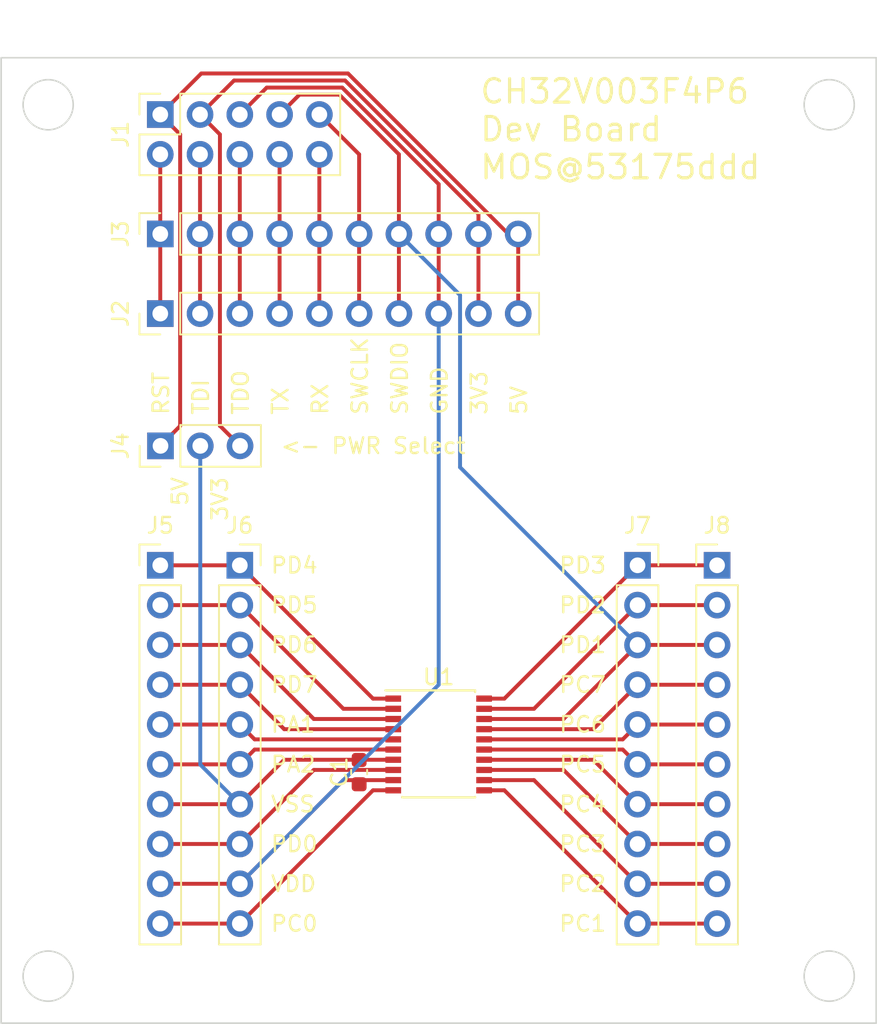
<source format=kicad_pcb>
(kicad_pcb (version 20221018) (generator pcbnew)
  (layers (0 "F.Cu" signal) (31 "B.Cu" signal) (34 "B.Paste" user) (35 "F.Paste" user) (36 "B.SilkS" user "B.Silkscreen") (37 "F.SilkS" user "F.Silkscreen") (38 "B.Mask" user) (39 "F.Mask" user) (44 "Edge.Cuts" user))
  (net 0 "")
  (net 1 "5V")
  (net 2 "RST")
  (net 3 "3V3")
  (net 4 "TDI")
  (net 5 "GND")
  (net 6 "TDO")
  (net 7 "SWDIO")
  (net 8 "TX")
  (net 9 "SWCLK")
  (net 10 "RX")
  (net 11 "PWR")
  (net 12 "Net-(J5-Pin_1)")
  (net 13 "Net-(J5-Pin_2)")
  (net 14 "Net-(J5-Pin_3)")
  (net 15 "Net-(J5-Pin_4)")
  (net 16 "Net-(J5-Pin_5)")
  (net 17 "Net-(J5-Pin_6)")
  (net 18 "Net-(J5-Pin_8)")
  (net 19 "Net-(J5-Pin_10)")
  (net 20 "Net-(J7-Pin_1)")
  (net 21 "Net-(J7-Pin_2)")
  (net 22 "Net-(J7-Pin_4)")
  (net 23 "Net-(J7-Pin_5)")
  (net 24 "Net-(J7-Pin_6)")
  (net 25 "Net-(J7-Pin_7)")
  (net 26 "Net-(J7-Pin_8)")
  (net 27 "Net-(J7-Pin_9)")
  (net 28 "Net-(J7-Pin_10)")
  (footprint "Connector_PinHeader_2.54mm:PinHeader_1x10_P2.54mm_Vertical" (layer "F.Cu") (at 170.18 90.17)
    (fp_text reference "J8" (at 0 -2.54) (layer "F.SilkS"))
    (fp_text value "Conn_01x10_Pin")
    (fp_line (start -1.33 -1.33) (end 0 -1.33) (stroke (width 0.12)) (layer "F.SilkS"))
    (fp_line (start -1.33 0) (end -1.33 -1.33) (stroke (width 0.12)) (layer "F.SilkS"))
    (fp_line (start -1.33 1.27) (end -1.33 24.19) (stroke (width 0.12)) (layer "F.SilkS"))
    (fp_line (start -1.33 1.27) (end 1.33 1.27) (stroke (width 0.12)) (layer "F.SilkS"))
    (fp_line (start -1.33 24.19) (end 1.33 24.19) (stroke (width 0.12)) (layer "F.SilkS"))
    (fp_line (start 1.33 1.27) (end 1.33 24.19) (stroke (width 0.12)) (layer "F.SilkS"))
    (pad "1" thru_hole rect (at 0 0) (size 1.7 1.7) (drill 1) (layers "*.Cu" "*.Mask") (net 20 "Net-(J7-Pin_1)"))
    (pad "2" thru_hole oval (at 0 2.54) (size 1.7 1.7) (drill 1) (layers "*.Cu" "*.Mask") (net 21 "Net-(J7-Pin_2)"))
    (pad "3" thru_hole oval (at 0 5.08) (size 1.7 1.7) (drill 1) (layers "*.Cu" "*.Mask") (net 7 "SWDIO"))
    (pad "4" thru_hole oval (at 0 7.62) (size 1.7 1.7) (drill 1) (layers "*.Cu" "*.Mask") (net 22 "Net-(J7-Pin_4)"))
    (pad "5" thru_hole oval (at 0 10.16) (size 1.7 1.7) (drill 1) (layers "*.Cu" "*.Mask") (net 23 "Net-(J7-Pin_5)"))
    (pad "6" thru_hole oval (at 0 12.7) (size 1.7 1.7) (drill 1) (layers "*.Cu" "*.Mask") (net 24 "Net-(J7-Pin_6)"))
    (pad "7" thru_hole oval (at 0 15.24) (size 1.7 1.7) (drill 1) (layers "*.Cu" "*.Mask") (net 25 "Net-(J7-Pin_7)"))
    (pad "8" thru_hole oval (at 0 17.78) (size 1.7 1.7) (drill 1) (layers "*.Cu" "*.Mask") (net 26 "Net-(J7-Pin_8)"))
    (pad "9" thru_hole oval (at 0 20.32) (size 1.7 1.7) (drill 1) (layers "*.Cu" "*.Mask") (net 27 "Net-(J7-Pin_9)"))
    (pad "10" thru_hole oval (at 0 22.86) (size 1.7 1.7) (drill 1) (layers "*.Cu" "*.Mask") (net 28 "Net-(J7-Pin_10)"))
  )
  (footprint "Connector_PinSocket_2.54mm:PinSocket_1x10_P2.54mm_Vertical" (layer "F.Cu") (at 139.7 90.17)
    (fp_text reference "J6" (at 0 -2.54) (layer "F.SilkS"))
    (fp_text value "Conn_01x10_Socket")
    (fp_line (start -1.33 1.27) (end -1.33 24.19) (stroke (width 0.12)) (layer "F.SilkS"))
    (fp_line (start -1.33 1.27) (end 1.33 1.27) (stroke (width 0.12)) (layer "F.SilkS"))
    (fp_line (start -1.33 24.19) (end 1.33 24.19) (stroke (width 0.12)) (layer "F.SilkS"))
    (fp_line (start 0 -1.33) (end 1.33 -1.33) (stroke (width 0.12)) (layer "F.SilkS"))
    (fp_line (start 1.33 -1.33) (end 1.33 0) (stroke (width 0.12)) (layer "F.SilkS"))
    (fp_line (start 1.33 1.27) (end 1.33 24.19) (stroke (width 0.12)) (layer "F.SilkS"))
    (pad "1" thru_hole rect (at 0 0) (size 1.7 1.7) (drill 1) (layers "*.Cu" "*.Mask") (net 12 "Net-(J5-Pin_1)"))
    (pad "2" thru_hole oval (at 0 2.54) (size 1.7 1.7) (drill 1) (layers "*.Cu" "*.Mask") (net 13 "Net-(J5-Pin_2)"))
    (pad "3" thru_hole oval (at 0 5.08) (size 1.7 1.7) (drill 1) (layers "*.Cu" "*.Mask") (net 14 "Net-(J5-Pin_3)"))
    (pad "4" thru_hole oval (at 0 7.62) (size 1.7 1.7) (drill 1) (layers "*.Cu" "*.Mask") (net 15 "Net-(J5-Pin_4)"))
    (pad "5" thru_hole oval (at 0 10.16) (size 1.7 1.7) (drill 1) (layers "*.Cu" "*.Mask") (net 16 "Net-(J5-Pin_5)"))
    (pad "6" thru_hole oval (at 0 12.7) (size 1.7 1.7) (drill 1) (layers "*.Cu" "*.Mask") (net 17 "Net-(J5-Pin_6)"))
    (pad "7" thru_hole oval (at 0 15.24) (size 1.7 1.7) (drill 1) (layers "*.Cu" "*.Mask") (net 11 "PWR"))
    (pad "8" thru_hole oval (at 0 17.78) (size 1.7 1.7) (drill 1) (layers "*.Cu" "*.Mask") (net 18 "Net-(J5-Pin_8)"))
    (pad "9" thru_hole oval (at 0 20.32) (size 1.7 1.7) (drill 1) (layers "*.Cu" "*.Mask") (net 5 "GND"))
    (pad "10" thru_hole oval (at 0 22.86) (size 1.7 1.7) (drill 1) (layers "*.Cu" "*.Mask") (net 19 "Net-(J5-Pin_10)"))
  )
  (footprint "Connector_PinSocket_2.54mm:PinSocket_1x10_P2.54mm_Vertical" (layer "F.Cu") (at 134.62 69.03 90)
    (fp_text reference "J3" (at 0 -2.54 90) (layer "F.SilkS"))
    (fp_text value "Conn_01x10_Socket")
    (fp_line (start -1.33 1.27) (end -1.33 24.19) (stroke (width 0.12)) (layer "F.SilkS"))
    (fp_line (start -1.33 1.27) (end 1.33 1.27) (stroke (width 0.12)) (layer "F.SilkS"))
    (fp_line (start -1.33 24.19) (end 1.33 24.19) (stroke (width 0.12)) (layer "F.SilkS"))
    (fp_line (start 0 -1.33) (end 1.33 -1.33) (stroke (width 0.12)) (layer "F.SilkS"))
    (fp_line (start 1.33 -1.33) (end 1.33 0) (stroke (width 0.12)) (layer "F.SilkS"))
    (fp_line (start 1.33 1.27) (end 1.33 24.19) (stroke (width 0.12)) (layer "F.SilkS"))
    (pad "1" thru_hole rect (at 0 0 90) (size 1.7 1.7) (drill 1) (layers "*.Cu" "*.Mask") (net 2 "RST"))
    (pad "2" thru_hole oval (at 0 2.54 90) (size 1.7 1.7) (drill 1) (layers "*.Cu" "*.Mask") (net 4 "TDI"))
    (pad "3" thru_hole oval (at 0 5.08 90) (size 1.7 1.7) (drill 1) (layers "*.Cu" "*.Mask") (net 6 "TDO"))
    (pad "4" thru_hole oval (at 0 7.62 90) (size 1.7 1.7) (drill 1) (layers "*.Cu" "*.Mask") (net 8 "TX"))
    (pad "5" thru_hole oval (at 0 10.16 90) (size 1.7 1.7) (drill 1) (layers "*.Cu" "*.Mask") (net 10 "RX"))
    (pad "6" thru_hole oval (at 0 12.7 90) (size 1.7 1.7) (drill 1) (layers "*.Cu" "*.Mask") (net 9 "SWCLK"))
    (pad "7" thru_hole oval (at 0 15.24 90) (size 1.7 1.7) (drill 1) (layers "*.Cu" "*.Mask") (net 7 "SWDIO"))
    (pad "8" thru_hole oval (at 0 17.78 90) (size 1.7 1.7) (drill 1) (layers "*.Cu" "*.Mask") (net 5 "GND"))
    (pad "9" thru_hole oval (at 0 20.32 90) (size 1.7 1.7) (drill 1) (layers "*.Cu" "*.Mask") (net 3 "3V3"))
    (pad "10" thru_hole oval (at 0 22.86 90) (size 1.7 1.7) (drill 1) (layers "*.Cu" "*.Mask") (net 1 "5V"))
  )
  (footprint "Package_SO:SSOP-20_4.4x6.5mm_P0.65mm" (layer "F.Cu") (at 152.4 101.6)
    (fp_text reference "U1" (at 0 -4.3) (layer "F.SilkS"))
    (fp_text value "~")
    (fp_line (start -3.4 -3.45) (end 2.325 -3.45) (stroke (width 0.15)) (layer "F.SilkS"))
    (fp_line (start -2.325 3.375) (end -2.325 3.35) (stroke (width 0.15)) (layer "F.SilkS"))
    (fp_line (start -2.325 3.375) (end 2.325 3.375) (stroke (width 0.15)) (layer "F.SilkS"))
    (fp_line (start 2.325 -3.45) (end 2.325 -3.35) (stroke (width 0.15)) (layer "F.SilkS"))
    (fp_line (start 2.325 3.375) (end 2.325 3.35) (stroke (width 0.15)) (layer "F.SilkS"))
    (pad "1" smd rect (at -2.9 -2.925) (size 1 0.4) (layers "F.Cu" "F.Paste" "F.Mask") (net 12 "Net-(J5-Pin_1)"))
    (pad "2" smd rect (at -2.9 -2.275) (size 1 0.4) (layers "F.Cu" "F.Paste" "F.Mask") (net 13 "Net-(J5-Pin_2)"))
    (pad "3" smd rect (at -2.9 -1.625) (size 1 0.4) (layers "F.Cu" "F.Paste" "F.Mask") (net 14 "Net-(J5-Pin_3)"))
    (pad "4" smd rect (at -2.9 -0.975) (size 1 0.4) (layers "F.Cu" "F.Paste" "F.Mask") (net 15 "Net-(J5-Pin_4)"))
    (pad "5" smd rect (at -2.9 -0.325) (size 1 0.4) (layers "F.Cu" "F.Paste" "F.Mask") (net 16 "Net-(J5-Pin_5)"))
    (pad "6" smd rect (at -2.9 0.325) (size 1 0.4) (layers "F.Cu" "F.Paste" "F.Mask") (net 17 "Net-(J5-Pin_6)"))
    (pad "7" smd rect (at -2.9 0.975) (size 1 0.4) (layers "F.Cu" "F.Paste" "F.Mask") (net 11 "PWR"))
    (pad "8" smd rect (at -2.9 1.625) (size 1 0.4) (layers "F.Cu" "F.Paste" "F.Mask") (net 18 "Net-(J5-Pin_8)"))
    (pad "9" smd rect (at -2.9 2.275) (size 1 0.4) (layers "F.Cu" "F.Paste" "F.Mask") (net 5 "GND"))
    (pad "10" smd rect (at -2.9 2.925) (size 1 0.4) (layers "F.Cu" "F.Paste" "F.Mask") (net 19 "Net-(J5-Pin_10)"))
    (pad "11" smd rect (at 2.9 2.925) (size 1 0.4) (layers "F.Cu" "F.Paste" "F.Mask") (net 28 "Net-(J7-Pin_10)"))
    (pad "12" smd rect (at 2.9 2.275) (size 1 0.4) (layers "F.Cu" "F.Paste" "F.Mask") (net 27 "Net-(J7-Pin_9)"))
    (pad "13" smd rect (at 2.9 1.625) (size 1 0.4) (layers "F.Cu" "F.Paste" "F.Mask") (net 26 "Net-(J7-Pin_8)"))
    (pad "14" smd rect (at 2.9 0.975) (size 1 0.4) (layers "F.Cu" "F.Paste" "F.Mask") (net 25 "Net-(J7-Pin_7)"))
    (pad "15" smd rect (at 2.9 0.325) (size 1 0.4) (layers "F.Cu" "F.Paste" "F.Mask") (net 24 "Net-(J7-Pin_6)"))
    (pad "16" smd rect (at 2.9 -0.325) (size 1 0.4) (layers "F.Cu" "F.Paste" "F.Mask") (net 23 "Net-(J7-Pin_5)"))
    (pad "17" smd rect (at 2.9 -0.975) (size 1 0.4) (layers "F.Cu" "F.Paste" "F.Mask") (net 22 "Net-(J7-Pin_4)"))
    (pad "18" smd rect (at 2.9 -1.625) (size 1 0.4) (layers "F.Cu" "F.Paste" "F.Mask") (net 7 "SWDIO"))
    (pad "19" smd rect (at 2.9 -2.275) (size 1 0.4) (layers "F.Cu" "F.Paste" "F.Mask") (net 21 "Net-(J7-Pin_2)"))
    (pad "20" smd rect (at 2.9 -2.925) (size 1 0.4) (layers "F.Cu" "F.Paste" "F.Mask") (net 20 "Net-(J7-Pin_1)"))
  )
  (footprint "Connector_PinHeader_2.54mm:PinHeader_1x10_P2.54mm_Vertical" (layer "F.Cu") (at 134.62 90.17)
    (fp_text reference "J5" (at 0 -2.54) (layer "F.SilkS"))
    (fp_text value "Conn_01x10_Pin")
    (fp_line (start -1.33 -1.33) (end 0 -1.33) (stroke (width 0.12)) (layer "F.SilkS"))
    (fp_line (start -1.33 0) (end -1.33 -1.33) (stroke (width 0.12)) (layer "F.SilkS"))
    (fp_line (start -1.33 1.27) (end -1.33 24.19) (stroke (width 0.12)) (layer "F.SilkS"))
    (fp_line (start -1.33 1.27) (end 1.33 1.27) (stroke (width 0.12)) (layer "F.SilkS"))
    (fp_line (start -1.33 24.19) (end 1.33 24.19) (stroke (width 0.12)) (layer "F.SilkS"))
    (fp_line (start 1.33 1.27) (end 1.33 24.19) (stroke (width 0.12)) (layer "F.SilkS"))
    (pad "1" thru_hole rect (at 0 0) (size 1.7 1.7) (drill 1) (layers "*.Cu" "*.Mask") (net 12 "Net-(J5-Pin_1)"))
    (pad "2" thru_hole oval (at 0 2.54) (size 1.7 1.7) (drill 1) (layers "*.Cu" "*.Mask") (net 13 "Net-(J5-Pin_2)"))
    (pad "3" thru_hole oval (at 0 5.08) (size 1.7 1.7) (drill 1) (layers "*.Cu" "*.Mask") (net 14 "Net-(J5-Pin_3)"))
    (pad "4" thru_hole oval (at 0 7.62) (size 1.7 1.7) (drill 1) (layers "*.Cu" "*.Mask") (net 15 "Net-(J5-Pin_4)"))
    (pad "5" thru_hole oval (at 0 10.16) (size 1.7 1.7) (drill 1) (layers "*.Cu" "*.Mask") (net 16 "Net-(J5-Pin_5)"))
    (pad "6" thru_hole oval (at 0 12.7) (size 1.7 1.7) (drill 1) (layers "*.Cu" "*.Mask") (net 17 "Net-(J5-Pin_6)"))
    (pad "7" thru_hole oval (at 0 15.24) (size 1.7 1.7) (drill 1) (layers "*.Cu" "*.Mask") (net 11 "PWR"))
    (pad "8" thru_hole oval (at 0 17.78) (size 1.7 1.7) (drill 1) (layers "*.Cu" "*.Mask") (net 18 "Net-(J5-Pin_8)"))
    (pad "9" thru_hole oval (at 0 20.32) (size 1.7 1.7) (drill 1) (layers "*.Cu" "*.Mask") (net 5 "GND"))
    (pad "10" thru_hole oval (at 0 22.86) (size 1.7 1.7) (drill 1) (layers "*.Cu" "*.Mask") (net 19 "Net-(J5-Pin_10)"))
  )
  (footprint "Connector_PinHeader_2.54mm:PinHeader_1x10_P2.54mm_Vertical" (layer "F.Cu") (at 134.62 74.11 90)
    (fp_text reference "J2" (at 0 -2.54 90) (layer "F.SilkS"))
    (fp_text value "Conn_01x10_Pin")
    (fp_line (start -1.33 -1.33) (end 0 -1.33) (stroke (width 0.12)) (layer "F.SilkS"))
    (fp_line (start -1.33 0) (end -1.33 -1.33) (stroke (width 0.12)) (layer "F.SilkS"))
    (fp_line (start -1.33 1.27) (end -1.33 24.19) (stroke (width 0.12)) (layer "F.SilkS"))
    (fp_line (start -1.33 1.27) (end 1.33 1.27) (stroke (width 0.12)) (layer "F.SilkS"))
    (fp_line (start -1.33 24.19) (end 1.33 24.19) (stroke (width 0.12)) (layer "F.SilkS"))
    (fp_line (start 1.33 1.27) (end 1.33 24.19) (stroke (width 0.12)) (layer "F.SilkS"))
    (pad "1" thru_hole rect (at 0 0 90) (size 1.7 1.7) (drill 1) (layers "*.Cu" "*.Mask") (net 2 "RST"))
    (pad "2" thru_hole oval (at 0 2.54 90) (size 1.7 1.7) (drill 1) (layers "*.Cu" "*.Mask") (net 4 "TDI"))
    (pad "3" thru_hole oval (at 0 5.08 90) (size 1.7 1.7) (drill 1) (layers "*.Cu" "*.Mask") (net 6 "TDO"))
    (pad "4" thru_hole oval (at 0 7.62 90) (size 1.7 1.7) (drill 1) (layers "*.Cu" "*.Mask") (net 8 "TX"))
    (pad "5" thru_hole oval (at 0 10.16 90) (size 1.7 1.7) (drill 1) (layers "*.Cu" "*.Mask") (net 10 "RX"))
    (pad "6" thru_hole oval (at 0 12.7 90) (size 1.7 1.7) (drill 1) (layers "*.Cu" "*.Mask") (net 9 "SWCLK"))
    (pad "7" thru_hole oval (at 0 15.24 90) (size 1.7 1.7) (drill 1) (layers "*.Cu" "*.Mask") (net 7 "SWDIO"))
    (pad "8" thru_hole oval (at 0 17.78 90) (size 1.7 1.7) (drill 1) (layers "*.Cu" "*.Mask") (net 5 "GND"))
    (pad "9" thru_hole oval (at 0 20.32 90) (size 1.7 1.7) (drill 1) (layers "*.Cu" "*.Mask") (net 3 "3V3"))
    (pad "10" thru_hole oval (at 0 22.86 90) (size 1.7 1.7) (drill 1) (layers "*.Cu" "*.Mask") (net 1 "5V"))
  )
  (footprint "Connector_PinSocket_2.54mm:PinSocket_2x05_P2.54mm_Vertical" (layer "F.Cu") (at 134.62 61.41 90)
    (fp_text reference "J1" (at -1.27 -2.54 90) (layer "F.SilkS"))
    (fp_text value "Conn_02x05_Odd_Even")
    (fp_line (start -3.87 -1.33) (end -3.87 11.49) (stroke (width 0.12)) (layer "F.SilkS"))
    (fp_line (start -3.87 -1.33) (end -1.27 -1.33) (stroke (width 0.12)) (layer "F.SilkS"))
    (fp_line (start -3.87 11.49) (end 1.33 11.49) (stroke (width 0.12)) (layer "F.SilkS"))
    (fp_line (start -1.27 -1.33) (end -1.27 1.27) (stroke (width 0.12)) (layer "F.SilkS"))
    (fp_line (start -1.27 1.27) (end 1.33 1.27) (stroke (width 0.12)) (layer "F.SilkS"))
    (fp_line (start 0 -1.33) (end 1.33 -1.33) (stroke (width 0.12)) (layer "F.SilkS"))
    (fp_line (start 1.33 -1.33) (end 1.33 0) (stroke (width 0.12)) (layer "F.SilkS"))
    (fp_line (start 1.33 1.27) (end 1.33 11.49) (stroke (width 0.12)) (layer "F.SilkS"))
    (pad "1" thru_hole rect (at 0 0 90) (size 1.7 1.7) (drill 1) (layers "*.Cu" "*.Mask") (net 1 "5V"))
    (pad "2" thru_hole oval (at -2.54 0 90) (size 1.7 1.7) (drill 1) (layers "*.Cu" "*.Mask") (net 2 "RST"))
    (pad "3" thru_hole oval (at 0 2.54 90) (size 1.7 1.7) (drill 1) (layers "*.Cu" "*.Mask") (net 3 "3V3"))
    (pad "4" thru_hole oval (at -2.54 2.54 90) (size 1.7 1.7) (drill 1) (layers "*.Cu" "*.Mask") (net 4 "TDI"))
    (pad "5" thru_hole oval (at 0 5.08 90) (size 1.7 1.7) (drill 1) (layers "*.Cu" "*.Mask") (net 5 "GND"))
    (pad "6" thru_hole oval (at -2.54 5.08 90) (size 1.7 1.7) (drill 1) (layers "*.Cu" "*.Mask") (net 6 "TDO"))
    (pad "7" thru_hole oval (at 0 7.62 90) (size 1.7 1.7) (drill 1) (layers "*.Cu" "*.Mask") (net 7 "SWDIO"))
    (pad "8" thru_hole oval (at -2.54 7.62 90) (size 1.7 1.7) (drill 1) (layers "*.Cu" "*.Mask") (net 8 "TX"))
    (pad "9" thru_hole oval (at 0 10.16 90) (size 1.7 1.7) (drill 1) (layers "*.Cu" "*.Mask") (net 9 "SWCLK"))
    (pad "10" thru_hole oval (at -2.54 10.16 90) (size 1.7 1.7) (drill 1) (layers "*.Cu" "*.Mask") (net 10 "RX"))
  )
  (footprint "Capacitor_SMD:C_0603_1608Metric" (layer "F.Cu") (at 147.32 103.365 -90)
    (fp_text reference "C1" (at 0 1.27 90) (layer "F.SilkS"))
    (fp_text value "C")
    (fp_line (start -0.14058 -0.51) (end 0.14058 -0.51) (stroke (width 0.12)) (layer "F.SilkS"))
    (fp_line (start -0.14058 0.51) (end 0.14058 0.51) (stroke (width 0.12)) (layer "F.SilkS"))
    (pad "1" smd roundrect (at -0.775 0 270) (size 0.9 0.95) (layers "F.Cu" "F.Paste" "F.Mask") (net 11 "PWR"))
    (pad "2" smd roundrect (at 0.775 0 270) (size 0.9 0.95) (layers "F.Cu" "F.Paste" "F.Mask") (net 5 "GND"))
  )
  (footprint "Connector_PinHeader_2.54mm:PinHeader_1x03_P2.54mm_Vertical" (layer "F.Cu") (at 134.635 82.55 90)
    (fp_text reference "J4" (at 0 -2.555 90) (layer "F.SilkS"))
    (fp_text value "Conn_01x03_Pin")
    (fp_line (start -1.33 -1.33) (end 0 -1.33) (stroke (width 0.12)) (layer "F.SilkS"))
    (fp_line (start -1.33 0) (end -1.33 -1.33) (stroke (width 0.12)) (layer "F.SilkS"))
    (fp_line (start -1.33 1.27) (end -1.33 6.41) (stroke (width 0.12)) (layer "F.SilkS"))
    (fp_line (start -1.33 1.27) (end 1.33 1.27) (stroke (width 0.12)) (layer "F.SilkS"))
    (fp_line (start -1.33 6.41) (end 1.33 6.41) (stroke (width 0.12)) (layer "F.SilkS"))
    (fp_line (start 1.33 1.27) (end 1.33 6.41) (stroke (width 0.12)) (layer "F.SilkS"))
    (pad "1" thru_hole rect (at 0 0 90) (size 1.7 1.7) (drill 1) (layers "*.Cu" "*.Mask") (net 1 "5V"))
    (pad "2" thru_hole oval (at 0 2.54 90) (size 1.7 1.7) (drill 1) (layers "*.Cu" "*.Mask") (net 11 "PWR"))
    (pad "3" thru_hole oval (at 0 5.08 90) (size 1.7 1.7) (drill 1) (layers "*.Cu" "*.Mask") (net 3 "3V3"))
  )
  (footprint "Connector_PinSocket_2.54mm:PinSocket_1x10_P2.54mm_Vertical" (layer "F.Cu") (at 165.1 90.17)
    (fp_text reference "J7" (at 0 -2.54) (layer "F.SilkS"))
    (fp_text value "Conn_01x10_Socket")
    (fp_line (start -1.33 1.27) (end -1.33 24.19) (stroke (width 0.12)) (layer "F.SilkS"))
    (fp_line (start -1.33 1.27) (end 1.33 1.27) (stroke (width 0.12)) (layer "F.SilkS"))
    (fp_line (start -1.33 24.19) (end 1.33 24.19) (stroke (width 0.12)) (layer "F.SilkS"))
    (fp_line (start 0 -1.33) (end 1.33 -1.33) (stroke (width 0.12)) (layer "F.SilkS"))
    (fp_line (start 1.33 -1.33) (end 1.33 0) (stroke (width 0.12)) (layer "F.SilkS"))
    (fp_line (start 1.33 1.27) (end 1.33 24.19) (stroke (width 0.12)) (layer "F.SilkS"))
    (pad "1" thru_hole rect (at 0 0) (size 1.7 1.7) (drill 1) (layers "*.Cu" "*.Mask") (net 20 "Net-(J7-Pin_1)"))
    (pad "2" thru_hole oval (at 0 2.54) (size 1.7 1.7) (drill 1) (layers "*.Cu" "*.Mask") (net 21 "Net-(J7-Pin_2)"))
    (pad "3" thru_hole oval (at 0 5.08) (size 1.7 1.7) (drill 1) (layers "*.Cu" "*.Mask") (net 7 "SWDIO"))
    (pad "4" thru_hole oval (at 0 7.62) (size 1.7 1.7) (drill 1) (layers "*.Cu" "*.Mask") (net 22 "Net-(J7-Pin_4)"))
    (pad "5" thru_hole oval (at 0 10.16) (size 1.7 1.7) (drill 1) (layers "*.Cu" "*.Mask") (net 23 "Net-(J7-Pin_5)"))
    (pad "6" thru_hole oval (at 0 12.7) (size 1.7 1.7) (drill 1) (layers "*.Cu" "*.Mask") (net 24 "Net-(J7-Pin_6)"))
    (pad "7" thru_hole oval (at 0 15.24) (size 1.7 1.7) (drill 1) (layers "*.Cu" "*.Mask") (net 25 "Net-(J7-Pin_7)"))
    (pad "8" thru_hole oval (at 0 17.78) (size 1.7 1.7) (drill 1) (layers "*.Cu" "*.Mask") (net 26 "Net-(J7-Pin_8)"))
    (pad "9" thru_hole oval (at 0 20.32) (size 1.7 1.7) (drill 1) (layers "*.Cu" "*.Mask") (net 27 "Net-(J7-Pin_9)"))
    (pad "10" thru_hole oval (at 0 22.86) (size 1.7 1.7) (drill 1) (layers "*.Cu" "*.Mask") (net 28 "Net-(J7-Pin_10)"))
  )
  (gr_rect (start 124.46 57.785) (end 180.34 119.38) (stroke (width 0.1)) (fill none) (layer "Edge.Cuts"))
  (gr_circle (center 177.34 116.38) (end 175.74 116.38) (stroke (width 0.1)) (fill none) (layer "Edge.Cuts"))
  (gr_circle (center 127.46 60.785) (end 129.06 60.785) (stroke (width 0.1)) (fill none) (layer "Edge.Cuts"))
  (gr_circle (center 177.34 60.785) (end 177.34 62.385) (stroke (width 0.1)) (fill none) (layer "Edge.Cuts"))
  (gr_circle (center 127.46 116.38) (end 127.46 114.78) (stroke (width 0.1)) (fill none) (layer "Edge.Cuts"))
  (gr_text "PD0" (at 141.605 107.95) (layer "F.SilkS") (effects (font (size 1 1)) (justify left)))
  (gr_text "<- PWR Select" (at 142.24 82.55) (layer "F.SilkS") (effects (font (size 1 1)) (justify left)))
  (gr_text "PC1" (at 160.02 113.03) (layer "F.SilkS") (effects (font (size 1 1)) (justify left)))
  (gr_text "SWCLK" (at 147.955 80.645 90) (layer "F.SilkS") (effects (font (size 1 1)) (justify left bottom)))
  (gr_text "PC0" (at 141.605 113.03) (layer "F.SilkS") (effects (font (size 1 1)) (justify left)))
  (gr_text "5V" (at 135.89 84.455 90) (layer "F.SilkS") (effects (font (size 1 1)) (justify right)))
  (gr_text "3V3" (at 155.575 80.645 90) (layer "F.SilkS") (effects (font (size 1 1)) (justify left bottom)))
  (gr_text "VSS" (at 141.605 105.41) (layer "F.SilkS") (effects (font (size 1 1)) (justify left)))
  (gr_text "PC7" (at 160.02 97.79) (layer "F.SilkS") (effects (font (size 1 1)) (justify left)))
  (gr_text "PC2" (at 160.02 110.49) (layer "F.SilkS") (effects (font (size 1 1)) (justify left)))
  (gr_text "PD7" (at 141.605 97.79) (layer "F.SilkS") (effects (font (size 1 1)) (justify left)))
  (gr_text "5V" (at 158.115 80.645 90) (layer "F.SilkS") (effects (font (size 1 1)) (justify left bottom)))
  (gr_text "PD1" (at 160.02 95.25) (layer "F.SilkS") (effects (font (size 1 1)) (justify left)))
  (gr_text "PA1" (at 141.605 100.33) (layer "F.SilkS") (effects (font (size 1 1)) (justify left)))
  (gr_text "3V3" (at 138.43 84.455 90) (layer "F.SilkS") (effects (font (size 1 1)) (justify right)))
  (gr_text "TX" (at 142.875 80.645 90) (layer "F.SilkS") (effects (font (size 1 1)) (justify left bottom)))
  (gr_text "PD2" (at 160.02 92.71) (layer "F.SilkS") (effects (font (size 1 1)) (justify left)))
  (gr_text "GND" (at 153.035 80.645 90) (layer "F.SilkS") (effects (font (size 1 1)) (justify left bottom)))
  (gr_text "TDO" (at 140.335 80.645 90) (layer "F.SilkS") (effects (font (size 1 1)) (justify left bottom)))
  (gr_text "PA2" (at 141.605 102.87) (layer "F.SilkS") (effects (font (size 1 1)) (justify left)))
  (gr_text "VDD" (at 141.605 110.49) (layer "F.SilkS") (effects (font (size 1 1)) (justify left)))
  (gr_text "PC4" (at 160.02 105.41) (layer "F.SilkS") (effects (font (size 1 1)) (justify left)))
  (gr_text "SWDIO" (at 150.495 80.645 90) (layer "F.SilkS") (effects (font (size 1 1)) (justify left bottom)))
  (gr_text "PC5" (at 160.02 102.87) (layer "F.SilkS") (effects (font (size 1 1)) (justify left)))
  (gr_text "TDI" (at 137.795 80.645 90) (layer "F.SilkS") (effects (font (size 1 1)) (justify left bottom)))
  (gr_text "RX" (at 145.415 80.645 90) (layer "F.SilkS") (effects (font (size 1 1)) (justify left bottom)))
  (gr_text "PC6" (at 160.02 100.33) (layer "F.SilkS") (effects (font (size 1 1)) (justify left)))
  (gr_text "RST" (at 135.255 80.645 90) (layer "F.SilkS") (effects (font (size 1 1)) (justify left bottom)))
  (gr_text "PD4" (at 141.605 90.17) (layer "F.SilkS") (effects (font (size 1 1)) (justify left)))
  (gr_text "CH32V003F4P6\nDev Board\nMOS@53175ddd" (at 154.94 59.055) (layer "F.SilkS") (effects (font (size 1.5 1.5) (thickness 0.2)) (justify left top)))
  (gr_text "PC3" (at 160.02 107.95) (layer "F.SilkS") (effects (font (size 1 1)) (justify left)))
  (gr_text "PD3" (at 160.02 90.17) (layer "F.SilkS") (effects (font (size 1 1)) (justify left)))
  (gr_text "PD6" (at 141.605 95.25) (layer "F.SilkS") (effects (font (size 1 1)) (justify left)))
  (gr_text "PD5" (at 141.605 92.71) (layer "F.SilkS") (effects (font (size 1 1)) (justify left)))
  (segment (start 157.48 74.11) (end 157.48 69.660812) (width 0.25) (layer "F.Cu") (net 1))
  (segment (start 135.89 62.68) (end 134.62 61.41) (width 0.25) (layer "F.Cu") (net 1))
  (segment (start 157.48 69.660812) (end 146.609188 58.79) (width 0.25) (layer "F.Cu") (net 1))
  (segment (start 135.89 81.28) (end 135.89 62.68) (width 0.25) (layer "F.Cu") (net 1))
  (segment (start 134.635 82.55) (end 134.635 82.535) (width 0.25) (layer "F.Cu") (net 1))
  (segment (start 134.635 82.535) (end 135.89 81.28) (width 0.25) (layer "F.Cu") (net 1))
  (segment (start 137.24 58.79) (end 134.62 61.41) (width 0.25) (layer "F.Cu") (net 1))
  (segment (start 146.609188 58.79) (end 137.24 58.79) (width 0.25) (layer "F.Cu") (net 1))
  (segment (start 134.62 63.95) (end 134.62 74.11) (width 0.25) (layer "F.Cu") (net 2))
  (segment (start 139.715 82.55) (end 138.445 81.28) (width 0.25) (layer "F.Cu") (net 3))
  (segment (start 146.422792 59.24) (end 139.33 59.24) (width 0.25) (layer "F.Cu") (net 3))
  (segment (start 138.43 81.28) (end 138.43 62.68) (width 0.25) (layer "F.Cu") (net 3))
  (segment (start 154.94 67.757208) (end 146.422792 59.24) (width 0.25) (layer "F.Cu") (net 3))
  (segment (start 138.43 62.68) (end 137.16 61.41) (width 0.25) (layer "F.Cu") (net 3))
  (segment (start 139.33 59.24) (end 137.16 61.41) (width 0.25) (layer "F.Cu") (net 3))
  (segment (start 138.445 81.28) (end 138.43 81.28) (width 0.25) (layer "F.Cu") (net 3))
  (segment (start 154.94 74.11) (end 154.94 67.757208) (width 0.25) (layer "F.Cu") (net 3))
  (segment (start 137.16 63.95) (end 137.16 74.11) (width 0.25) (layer "F.Cu") (net 4))
  (segment (start 149.5 103.875) (end 146.315 103.875) (width 0.25) (layer "F.Cu") (net 5))
  (segment (start 152.4 65.853604) (end 146.236396 59.69) (width 0.25) (layer "F.Cu") (net 5))
  (segment (start 152.4 74.11) (end 152.4 65.853604) (width 0.25) (layer "F.Cu") (net 5))
  (segment (start 146.236396 59.69) (end 141.42 59.69) (width 0.25) (layer "F.Cu") (net 5))
  (segment (start 146.315 103.875) (end 139.7 110.49) (width 0.25) (layer "F.Cu") (net 5))
  (segment (start 141.42 59.69) (end 139.7 61.41) (width 0.25) (layer "F.Cu") (net 5))
  (segment (start 134.62 110.49) (end 139.7 110.49) (width 0.25) (layer "F.Cu") (net 5))
  (segment (start 139.7 110.49) (end 152.4 97.79) (width 0.25) (layer "B.Cu") (net 5))
  (segment (start 152.4 97.79) (end 152.4 74.11) (width 0.25) (layer "B.Cu") (net 5))
  (segment (start 139.7 63.95) (end 139.7 74.11) (width 0.25) (layer "F.Cu") (net 6))
  (segment (start 146.05 60.14) (end 143.51 60.14) (width 0.25) (layer "F.Cu") (net 7))
  (segment (start 160.375 99.975) (end 165.1 95.25) (width 0.25) (layer "F.Cu") (net 7))
  (segment (start 149.86 63.95) (end 146.05 60.14) (width 0.25) (layer "F.Cu") (net 7))
  (segment (start 155.3 99.975) (end 160.375 99.975) (width 0.25) (layer "F.Cu") (net 7))
  (segment (start 143.51 60.14) (end 142.24 61.41) (width 0.25) (layer "F.Cu") (net 7))
  (segment (start 149.86 74.11) (end 149.86 63.95) (width 0.25) (layer "F.Cu") (net 7))
  (segment (start 165.1 95.25) (end 170.18 95.25) (width 0.25) (layer "F.Cu") (net 7))
  (segment (start 153.765 83.915) (end 153.765 72.935) (width 0.25) (layer "B.Cu") (net 7))
  (segment (start 165.1 95.25) (end 153.765 83.915) (width 0.25) (layer "B.Cu") (net 7))
  (segment (start 153.765 72.935) (end 149.86 69.03) (width 0.25) (layer "B.Cu") (net 7))
  (segment (start 142.24 63.95) (end 142.24 74.11) (width 0.25) (layer "F.Cu") (net 8))
  (segment (start 147.32 63.95) (end 144.78 61.41) (width 0.25) (layer "F.Cu") (net 9))
  (segment (start 147.32 74.11) (end 147.32 63.95) (width 0.25) (layer "F.Cu") (net 9))
  (segment (start 144.78 63.95) (end 144.78 74.11) (width 0.25) (layer "F.Cu") (net 10))
  (segment (start 142.535 102.575) (end 139.7 105.41) (width 0.25) (layer "F.Cu") (net 11))
  (segment (start 149.5 102.575) (end 142.535 102.575) (width 0.25) (layer "F.Cu") (net 11))
  (segment (start 134.62 105.41) (end 139.7 105.41) (width 0.25) (layer "F.Cu") (net 11))
  (segment (start 137.175 102.885) (end 139.7 105.41) (width 0.25) (layer "B.Cu") (net 11))
  (segment (start 137.175 82.55) (end 137.175 102.885) (width 0.25) (layer "B.Cu") (net 11))
  (segment (start 149.5 98.675) (end 148.205 98.675) (width 0.25) (layer "F.Cu") (net 12))
  (segment (start 148.205 98.675) (end 139.7 90.17) (width 0.25) (layer "F.Cu") (net 12))
  (segment (start 134.62 90.17) (end 139.7 90.17) (width 0.25) (layer "F.Cu") (net 12))
  (segment (start 149.5 99.325) (end 146.315 99.325) (width 0.25) (layer "F.Cu") (net 13))
  (segment (start 146.315 99.325) (end 139.7 92.71) (width 0.25) (layer "F.Cu") (net 13))
  (segment (start 134.62 92.71) (end 139.7 92.71) (width 0.25) (layer "F.Cu") (net 13))
  (segment (start 134.62 95.25) (end 139.7 95.25) (width 0.25) (layer "F.Cu") (net 14))
  (segment (start 144.425 99.975) (end 139.7 95.25) (width 0.25) (layer "F.Cu") (net 14))
  (segment (start 149.5 99.975) (end 144.425 99.975) (width 0.25) (layer "F.Cu") (net 14))
  (segment (start 134.62 97.79) (end 139.7 97.79) (width 0.25) (layer "F.Cu") (net 15))
  (segment (start 142.535 100.625) (end 139.7 97.79) (width 0.25) (layer "F.Cu") (net 15))
  (segment (start 149.5 100.625) (end 142.535 100.625) (width 0.25) (layer "F.Cu") (net 15))
  (segment (start 134.62 100.33) (end 139.7 100.33) (width 0.25) (layer "F.Cu") (net 16))
  (segment (start 149.5 101.275) (end 140.645 101.275) (width 0.25) (layer "F.Cu") (net 16))
  (segment (start 140.645 101.275) (end 139.7 100.33) (width 0.25) (layer "F.Cu") (net 16))
  (segment (start 140.645 101.925) (end 139.7 102.87) (width 0.25) (layer "F.Cu") (net 17))
  (segment (start 134.62 102.87) (end 139.7 102.87) (width 0.25) (layer "F.Cu") (net 17))
  (segment (start 149.5 101.925) (end 140.645 101.925) (width 0.25) (layer "F.Cu") (net 17))
  (segment (start 149.5 103.225) (end 144.425 103.225) (width 0.25) (layer "F.Cu") (net 18))
  (segment (start 144.425 103.225) (end 139.7 107.95) (width 0.25) (layer "F.Cu") (net 18))
  (segment (start 134.62 107.95) (end 139.7 107.95) (width 0.25) (layer "F.Cu") (net 18))
  (segment (start 134.62 113.03) (end 139.7 113.03) (width 0.25) (layer "F.Cu") (net 19))
  (segment (start 149.5 104.525) (end 148.205 104.525) (width 0.25) (layer "F.Cu") (net 19))
  (segment (start 148.205 104.525) (end 139.7 113.03) (width 0.25) (layer "F.Cu") (net 19))
  (segment (start 155.3 98.675) (end 156.595 98.675) (width 0.25) (layer "F.Cu") (net 20))
  (segment (start 156.595 98.675) (end 165.1 90.17) (width 0.25) (layer "F.Cu") (net 20))
  (segment (start 165.1 90.17) (end 170.18 90.17) (width 0.25) (layer "F.Cu") (net 20))
  (segment (start 165.1 92.71) (end 170.18 92.71) (width 0.25) (layer "F.Cu") (net 21))
  (segment (start 155.3 99.325) (end 158.485 99.325) (width 0.25) (layer "F.Cu") (net 21))
  (segment (start 158.485 99.325) (end 165.1 92.71) (width 0.25) (layer "F.Cu") (net 21))
  (segment (start 162.265 100.625) (end 165.1 97.79) (width 0.25) (layer "F.Cu") (net 22))
  (segment (start 155.3 100.625) (end 162.265 100.625) (width 0.25) (layer "F.Cu") (net 22))
  (segment (start 165.1 97.79) (end 170.18 97.79) (width 0.25) (layer "F.Cu") (net 22))
  (segment (start 155.3 101.275) (end 164.155 101.275) (width 0.25) (layer "F.Cu") (net 23))
  (segment (start 165.1 100.33) (end 170.18 100.33) (width 0.25) (layer "F.Cu") (net 23))
  (segment (start 164.155 101.275) (end 165.1 100.33) (width 0.25) (layer "F.Cu") (net 23))
  (segment (start 164.155 101.925) (end 165.1 102.87) (width 0.25) (layer "F.Cu") (net 24))
  (segment (start 155.3 101.925) (end 164.155 101.925) (width 0.25) (layer "F.Cu") (net 24))
  (segment (start 165.1 102.87) (end 170.18 102.87) (width 0.25) (layer "F.Cu") (net 24))
  (segment (start 165.1 105.41) (end 170.18 105.41) (width 0.25) (layer "F.Cu") (net 25))
  (segment (start 162.265 102.575) (end 165.1 105.41) (width 0.25) (layer "F.Cu") (net 25))
  (segment (start 155.3 102.575) (end 162.265 102.575) (width 0.25) (layer "F.Cu") (net 25))
  (segment (start 160.375 103.225) (end 165.1 107.95) (width 0.25) (layer "F.Cu") (net 26))
  (segment (start 155.3 103.225) (end 160.375 103.225) (width 0.25) (layer "F.Cu") (net 26))
  (segment (start 165.1 107.95) (end 170.18 107.95) (width 0.25) (layer "F.Cu") (net 26))
  (segment (start 155.3 103.875) (end 158.485 103.875) (width 0.25) (layer "F.Cu") (net 27))
  (segment (start 158.485 103.875) (end 165.1 110.49) (width 0.25) (layer "F.Cu") (net 27))
  (segment (start 165.1 110.49) (end 170.18 110.49) (width 0.25) (layer "F.Cu") (net 27))
  (segment (start 156.595 104.525) (end 165.1 113.03) (width 0.25) (layer "F.Cu") (net 28))
  (segment (start 165.1 113.03) (end 170.18 113.03) (width 0.25) (layer "F.Cu") (net 28))
  (segment (start 155.3 104.525) (end 156.595 104.525) (width 0.25) (layer "F.Cu") (net 28))
)
</source>
